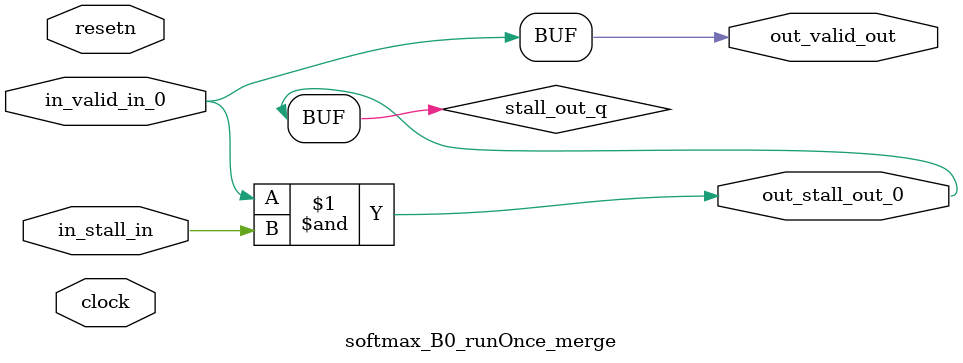
<source format=sv>



(* altera_attribute = "-name AUTO_SHIFT_REGISTER_RECOGNITION OFF; -name MESSAGE_DISABLE 10036; -name MESSAGE_DISABLE 10037; -name MESSAGE_DISABLE 14130; -name MESSAGE_DISABLE 14320; -name MESSAGE_DISABLE 15400; -name MESSAGE_DISABLE 14130; -name MESSAGE_DISABLE 10036; -name MESSAGE_DISABLE 12020; -name MESSAGE_DISABLE 12030; -name MESSAGE_DISABLE 12010; -name MESSAGE_DISABLE 12110; -name MESSAGE_DISABLE 14320; -name MESSAGE_DISABLE 13410; -name MESSAGE_DISABLE 113007; -name MESSAGE_DISABLE 10958" *)
module softmax_B0_runOnce_merge (
    input wire [0:0] in_stall_in,
    input wire [0:0] in_valid_in_0,
    output wire [0:0] out_stall_out_0,
    output wire [0:0] out_valid_out,
    input wire clock,
    input wire resetn
    );

    wire [0:0] stall_out_q;


    // stall_out(LOGICAL,6)
    assign stall_out_q = in_valid_in_0 & in_stall_in;

    // out_stall_out_0(GPOUT,4)
    assign out_stall_out_0 = stall_out_q;

    // out_valid_out(GPOUT,5)
    assign out_valid_out = in_valid_in_0;

endmodule

</source>
